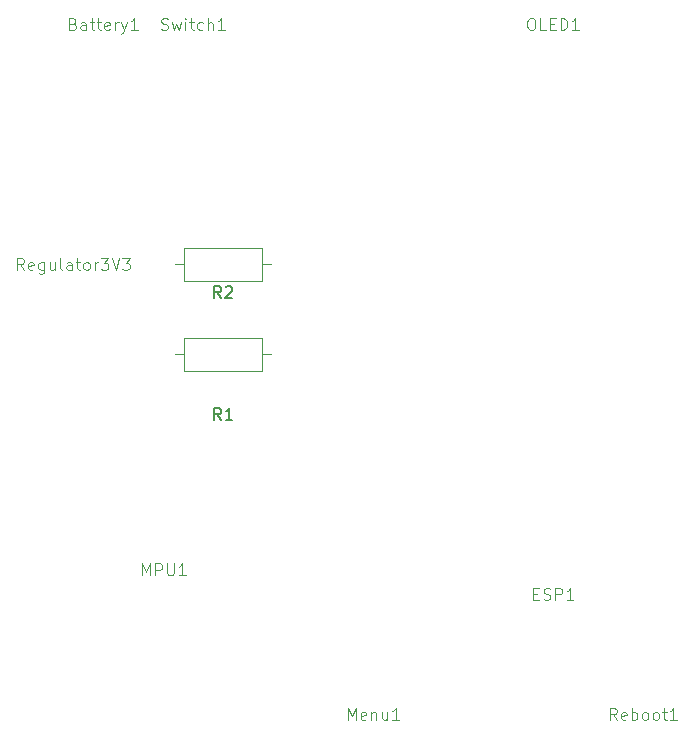
<source format=gbr>
%TF.GenerationSoftware,KiCad,Pcbnew,7.0.8*%
%TF.CreationDate,2025-10-26T00:12:12+02:00*%
%TF.ProjectId,Gyroskopicky-ovladac,4779726f-736b-46f7-9069-636b792d6f76,rev?*%
%TF.SameCoordinates,Original*%
%TF.FileFunction,Legend,Top*%
%TF.FilePolarity,Positive*%
%FSLAX46Y46*%
G04 Gerber Fmt 4.6, Leading zero omitted, Abs format (unit mm)*
G04 Created by KiCad (PCBNEW 7.0.8) date 2025-10-26 00:12:12*
%MOMM*%
%LPD*%
G01*
G04 APERTURE LIST*
%ADD10C,0.100000*%
%ADD11C,0.150000*%
%ADD12C,0.120000*%
G04 APERTURE END LIST*
D10*
X117237143Y-129997419D02*
X117237143Y-128997419D01*
X117237143Y-128997419D02*
X117570476Y-129711704D01*
X117570476Y-129711704D02*
X117903809Y-128997419D01*
X117903809Y-128997419D02*
X117903809Y-129997419D01*
X118760952Y-129949800D02*
X118665714Y-129997419D01*
X118665714Y-129997419D02*
X118475238Y-129997419D01*
X118475238Y-129997419D02*
X118380000Y-129949800D01*
X118380000Y-129949800D02*
X118332381Y-129854561D01*
X118332381Y-129854561D02*
X118332381Y-129473609D01*
X118332381Y-129473609D02*
X118380000Y-129378371D01*
X118380000Y-129378371D02*
X118475238Y-129330752D01*
X118475238Y-129330752D02*
X118665714Y-129330752D01*
X118665714Y-129330752D02*
X118760952Y-129378371D01*
X118760952Y-129378371D02*
X118808571Y-129473609D01*
X118808571Y-129473609D02*
X118808571Y-129568847D01*
X118808571Y-129568847D02*
X118332381Y-129664085D01*
X119237143Y-129330752D02*
X119237143Y-129997419D01*
X119237143Y-129425990D02*
X119284762Y-129378371D01*
X119284762Y-129378371D02*
X119380000Y-129330752D01*
X119380000Y-129330752D02*
X119522857Y-129330752D01*
X119522857Y-129330752D02*
X119618095Y-129378371D01*
X119618095Y-129378371D02*
X119665714Y-129473609D01*
X119665714Y-129473609D02*
X119665714Y-129997419D01*
X120570476Y-129330752D02*
X120570476Y-129997419D01*
X120141905Y-129330752D02*
X120141905Y-129854561D01*
X120141905Y-129854561D02*
X120189524Y-129949800D01*
X120189524Y-129949800D02*
X120284762Y-129997419D01*
X120284762Y-129997419D02*
X120427619Y-129997419D01*
X120427619Y-129997419D02*
X120522857Y-129949800D01*
X120522857Y-129949800D02*
X120570476Y-129902180D01*
X121570476Y-129997419D02*
X120999048Y-129997419D01*
X121284762Y-129997419D02*
X121284762Y-128997419D01*
X121284762Y-128997419D02*
X121189524Y-129140276D01*
X121189524Y-129140276D02*
X121094286Y-129235514D01*
X121094286Y-129235514D02*
X120999048Y-129283133D01*
D11*
X106513333Y-104594819D02*
X106180000Y-104118628D01*
X105941905Y-104594819D02*
X105941905Y-103594819D01*
X105941905Y-103594819D02*
X106322857Y-103594819D01*
X106322857Y-103594819D02*
X106418095Y-103642438D01*
X106418095Y-103642438D02*
X106465714Y-103690057D01*
X106465714Y-103690057D02*
X106513333Y-103785295D01*
X106513333Y-103785295D02*
X106513333Y-103928152D01*
X106513333Y-103928152D02*
X106465714Y-104023390D01*
X106465714Y-104023390D02*
X106418095Y-104071009D01*
X106418095Y-104071009D02*
X106322857Y-104118628D01*
X106322857Y-104118628D02*
X105941905Y-104118628D01*
X107465714Y-104594819D02*
X106894286Y-104594819D01*
X107180000Y-104594819D02*
X107180000Y-103594819D01*
X107180000Y-103594819D02*
X107084762Y-103737676D01*
X107084762Y-103737676D02*
X106989524Y-103832914D01*
X106989524Y-103832914D02*
X106894286Y-103880533D01*
D10*
X89813332Y-91897419D02*
X89479999Y-91421228D01*
X89241904Y-91897419D02*
X89241904Y-90897419D01*
X89241904Y-90897419D02*
X89622856Y-90897419D01*
X89622856Y-90897419D02*
X89718094Y-90945038D01*
X89718094Y-90945038D02*
X89765713Y-90992657D01*
X89765713Y-90992657D02*
X89813332Y-91087895D01*
X89813332Y-91087895D02*
X89813332Y-91230752D01*
X89813332Y-91230752D02*
X89765713Y-91325990D01*
X89765713Y-91325990D02*
X89718094Y-91373609D01*
X89718094Y-91373609D02*
X89622856Y-91421228D01*
X89622856Y-91421228D02*
X89241904Y-91421228D01*
X90622856Y-91849800D02*
X90527618Y-91897419D01*
X90527618Y-91897419D02*
X90337142Y-91897419D01*
X90337142Y-91897419D02*
X90241904Y-91849800D01*
X90241904Y-91849800D02*
X90194285Y-91754561D01*
X90194285Y-91754561D02*
X90194285Y-91373609D01*
X90194285Y-91373609D02*
X90241904Y-91278371D01*
X90241904Y-91278371D02*
X90337142Y-91230752D01*
X90337142Y-91230752D02*
X90527618Y-91230752D01*
X90527618Y-91230752D02*
X90622856Y-91278371D01*
X90622856Y-91278371D02*
X90670475Y-91373609D01*
X90670475Y-91373609D02*
X90670475Y-91468847D01*
X90670475Y-91468847D02*
X90194285Y-91564085D01*
X91527618Y-91230752D02*
X91527618Y-92040276D01*
X91527618Y-92040276D02*
X91479999Y-92135514D01*
X91479999Y-92135514D02*
X91432380Y-92183133D01*
X91432380Y-92183133D02*
X91337142Y-92230752D01*
X91337142Y-92230752D02*
X91194285Y-92230752D01*
X91194285Y-92230752D02*
X91099047Y-92183133D01*
X91527618Y-91849800D02*
X91432380Y-91897419D01*
X91432380Y-91897419D02*
X91241904Y-91897419D01*
X91241904Y-91897419D02*
X91146666Y-91849800D01*
X91146666Y-91849800D02*
X91099047Y-91802180D01*
X91099047Y-91802180D02*
X91051428Y-91706942D01*
X91051428Y-91706942D02*
X91051428Y-91421228D01*
X91051428Y-91421228D02*
X91099047Y-91325990D01*
X91099047Y-91325990D02*
X91146666Y-91278371D01*
X91146666Y-91278371D02*
X91241904Y-91230752D01*
X91241904Y-91230752D02*
X91432380Y-91230752D01*
X91432380Y-91230752D02*
X91527618Y-91278371D01*
X92432380Y-91230752D02*
X92432380Y-91897419D01*
X92003809Y-91230752D02*
X92003809Y-91754561D01*
X92003809Y-91754561D02*
X92051428Y-91849800D01*
X92051428Y-91849800D02*
X92146666Y-91897419D01*
X92146666Y-91897419D02*
X92289523Y-91897419D01*
X92289523Y-91897419D02*
X92384761Y-91849800D01*
X92384761Y-91849800D02*
X92432380Y-91802180D01*
X93051428Y-91897419D02*
X92956190Y-91849800D01*
X92956190Y-91849800D02*
X92908571Y-91754561D01*
X92908571Y-91754561D02*
X92908571Y-90897419D01*
X93860952Y-91897419D02*
X93860952Y-91373609D01*
X93860952Y-91373609D02*
X93813333Y-91278371D01*
X93813333Y-91278371D02*
X93718095Y-91230752D01*
X93718095Y-91230752D02*
X93527619Y-91230752D01*
X93527619Y-91230752D02*
X93432381Y-91278371D01*
X93860952Y-91849800D02*
X93765714Y-91897419D01*
X93765714Y-91897419D02*
X93527619Y-91897419D01*
X93527619Y-91897419D02*
X93432381Y-91849800D01*
X93432381Y-91849800D02*
X93384762Y-91754561D01*
X93384762Y-91754561D02*
X93384762Y-91659323D01*
X93384762Y-91659323D02*
X93432381Y-91564085D01*
X93432381Y-91564085D02*
X93527619Y-91516466D01*
X93527619Y-91516466D02*
X93765714Y-91516466D01*
X93765714Y-91516466D02*
X93860952Y-91468847D01*
X94194286Y-91230752D02*
X94575238Y-91230752D01*
X94337143Y-90897419D02*
X94337143Y-91754561D01*
X94337143Y-91754561D02*
X94384762Y-91849800D01*
X94384762Y-91849800D02*
X94480000Y-91897419D01*
X94480000Y-91897419D02*
X94575238Y-91897419D01*
X95051429Y-91897419D02*
X94956191Y-91849800D01*
X94956191Y-91849800D02*
X94908572Y-91802180D01*
X94908572Y-91802180D02*
X94860953Y-91706942D01*
X94860953Y-91706942D02*
X94860953Y-91421228D01*
X94860953Y-91421228D02*
X94908572Y-91325990D01*
X94908572Y-91325990D02*
X94956191Y-91278371D01*
X94956191Y-91278371D02*
X95051429Y-91230752D01*
X95051429Y-91230752D02*
X95194286Y-91230752D01*
X95194286Y-91230752D02*
X95289524Y-91278371D01*
X95289524Y-91278371D02*
X95337143Y-91325990D01*
X95337143Y-91325990D02*
X95384762Y-91421228D01*
X95384762Y-91421228D02*
X95384762Y-91706942D01*
X95384762Y-91706942D02*
X95337143Y-91802180D01*
X95337143Y-91802180D02*
X95289524Y-91849800D01*
X95289524Y-91849800D02*
X95194286Y-91897419D01*
X95194286Y-91897419D02*
X95051429Y-91897419D01*
X95813334Y-91897419D02*
X95813334Y-91230752D01*
X95813334Y-91421228D02*
X95860953Y-91325990D01*
X95860953Y-91325990D02*
X95908572Y-91278371D01*
X95908572Y-91278371D02*
X96003810Y-91230752D01*
X96003810Y-91230752D02*
X96099048Y-91230752D01*
X96337144Y-90897419D02*
X96956191Y-90897419D01*
X96956191Y-90897419D02*
X96622858Y-91278371D01*
X96622858Y-91278371D02*
X96765715Y-91278371D01*
X96765715Y-91278371D02*
X96860953Y-91325990D01*
X96860953Y-91325990D02*
X96908572Y-91373609D01*
X96908572Y-91373609D02*
X96956191Y-91468847D01*
X96956191Y-91468847D02*
X96956191Y-91706942D01*
X96956191Y-91706942D02*
X96908572Y-91802180D01*
X96908572Y-91802180D02*
X96860953Y-91849800D01*
X96860953Y-91849800D02*
X96765715Y-91897419D01*
X96765715Y-91897419D02*
X96480001Y-91897419D01*
X96480001Y-91897419D02*
X96384763Y-91849800D01*
X96384763Y-91849800D02*
X96337144Y-91802180D01*
X97241906Y-90897419D02*
X97575239Y-91897419D01*
X97575239Y-91897419D02*
X97908572Y-90897419D01*
X98146668Y-90897419D02*
X98765715Y-90897419D01*
X98765715Y-90897419D02*
X98432382Y-91278371D01*
X98432382Y-91278371D02*
X98575239Y-91278371D01*
X98575239Y-91278371D02*
X98670477Y-91325990D01*
X98670477Y-91325990D02*
X98718096Y-91373609D01*
X98718096Y-91373609D02*
X98765715Y-91468847D01*
X98765715Y-91468847D02*
X98765715Y-91706942D01*
X98765715Y-91706942D02*
X98718096Y-91802180D01*
X98718096Y-91802180D02*
X98670477Y-91849800D01*
X98670477Y-91849800D02*
X98575239Y-91897419D01*
X98575239Y-91897419D02*
X98289525Y-91897419D01*
X98289525Y-91897419D02*
X98194287Y-91849800D01*
X98194287Y-91849800D02*
X98146668Y-91802180D01*
X101449524Y-71529800D02*
X101592381Y-71577419D01*
X101592381Y-71577419D02*
X101830476Y-71577419D01*
X101830476Y-71577419D02*
X101925714Y-71529800D01*
X101925714Y-71529800D02*
X101973333Y-71482180D01*
X101973333Y-71482180D02*
X102020952Y-71386942D01*
X102020952Y-71386942D02*
X102020952Y-71291704D01*
X102020952Y-71291704D02*
X101973333Y-71196466D01*
X101973333Y-71196466D02*
X101925714Y-71148847D01*
X101925714Y-71148847D02*
X101830476Y-71101228D01*
X101830476Y-71101228D02*
X101640000Y-71053609D01*
X101640000Y-71053609D02*
X101544762Y-71005990D01*
X101544762Y-71005990D02*
X101497143Y-70958371D01*
X101497143Y-70958371D02*
X101449524Y-70863133D01*
X101449524Y-70863133D02*
X101449524Y-70767895D01*
X101449524Y-70767895D02*
X101497143Y-70672657D01*
X101497143Y-70672657D02*
X101544762Y-70625038D01*
X101544762Y-70625038D02*
X101640000Y-70577419D01*
X101640000Y-70577419D02*
X101878095Y-70577419D01*
X101878095Y-70577419D02*
X102020952Y-70625038D01*
X102354286Y-70910752D02*
X102544762Y-71577419D01*
X102544762Y-71577419D02*
X102735238Y-71101228D01*
X102735238Y-71101228D02*
X102925714Y-71577419D01*
X102925714Y-71577419D02*
X103116190Y-70910752D01*
X103497143Y-71577419D02*
X103497143Y-70910752D01*
X103497143Y-70577419D02*
X103449524Y-70625038D01*
X103449524Y-70625038D02*
X103497143Y-70672657D01*
X103497143Y-70672657D02*
X103544762Y-70625038D01*
X103544762Y-70625038D02*
X103497143Y-70577419D01*
X103497143Y-70577419D02*
X103497143Y-70672657D01*
X103830476Y-70910752D02*
X104211428Y-70910752D01*
X103973333Y-70577419D02*
X103973333Y-71434561D01*
X103973333Y-71434561D02*
X104020952Y-71529800D01*
X104020952Y-71529800D02*
X104116190Y-71577419D01*
X104116190Y-71577419D02*
X104211428Y-71577419D01*
X104973333Y-71529800D02*
X104878095Y-71577419D01*
X104878095Y-71577419D02*
X104687619Y-71577419D01*
X104687619Y-71577419D02*
X104592381Y-71529800D01*
X104592381Y-71529800D02*
X104544762Y-71482180D01*
X104544762Y-71482180D02*
X104497143Y-71386942D01*
X104497143Y-71386942D02*
X104497143Y-71101228D01*
X104497143Y-71101228D02*
X104544762Y-71005990D01*
X104544762Y-71005990D02*
X104592381Y-70958371D01*
X104592381Y-70958371D02*
X104687619Y-70910752D01*
X104687619Y-70910752D02*
X104878095Y-70910752D01*
X104878095Y-70910752D02*
X104973333Y-70958371D01*
X105401905Y-71577419D02*
X105401905Y-70577419D01*
X105830476Y-71577419D02*
X105830476Y-71053609D01*
X105830476Y-71053609D02*
X105782857Y-70958371D01*
X105782857Y-70958371D02*
X105687619Y-70910752D01*
X105687619Y-70910752D02*
X105544762Y-70910752D01*
X105544762Y-70910752D02*
X105449524Y-70958371D01*
X105449524Y-70958371D02*
X105401905Y-71005990D01*
X106830476Y-71577419D02*
X106259048Y-71577419D01*
X106544762Y-71577419D02*
X106544762Y-70577419D01*
X106544762Y-70577419D02*
X106449524Y-70720276D01*
X106449524Y-70720276D02*
X106354286Y-70815514D01*
X106354286Y-70815514D02*
X106259048Y-70863133D01*
D11*
X106513333Y-94264819D02*
X106180000Y-93788628D01*
X105941905Y-94264819D02*
X105941905Y-93264819D01*
X105941905Y-93264819D02*
X106322857Y-93264819D01*
X106322857Y-93264819D02*
X106418095Y-93312438D01*
X106418095Y-93312438D02*
X106465714Y-93360057D01*
X106465714Y-93360057D02*
X106513333Y-93455295D01*
X106513333Y-93455295D02*
X106513333Y-93598152D01*
X106513333Y-93598152D02*
X106465714Y-93693390D01*
X106465714Y-93693390D02*
X106418095Y-93741009D01*
X106418095Y-93741009D02*
X106322857Y-93788628D01*
X106322857Y-93788628D02*
X105941905Y-93788628D01*
X106894286Y-93360057D02*
X106941905Y-93312438D01*
X106941905Y-93312438D02*
X107037143Y-93264819D01*
X107037143Y-93264819D02*
X107275238Y-93264819D01*
X107275238Y-93264819D02*
X107370476Y-93312438D01*
X107370476Y-93312438D02*
X107418095Y-93360057D01*
X107418095Y-93360057D02*
X107465714Y-93455295D01*
X107465714Y-93455295D02*
X107465714Y-93550533D01*
X107465714Y-93550533D02*
X107418095Y-93693390D01*
X107418095Y-93693390D02*
X106846667Y-94264819D01*
X106846667Y-94264819D02*
X107465714Y-94264819D01*
D10*
X140001904Y-129997419D02*
X139668571Y-129521228D01*
X139430476Y-129997419D02*
X139430476Y-128997419D01*
X139430476Y-128997419D02*
X139811428Y-128997419D01*
X139811428Y-128997419D02*
X139906666Y-129045038D01*
X139906666Y-129045038D02*
X139954285Y-129092657D01*
X139954285Y-129092657D02*
X140001904Y-129187895D01*
X140001904Y-129187895D02*
X140001904Y-129330752D01*
X140001904Y-129330752D02*
X139954285Y-129425990D01*
X139954285Y-129425990D02*
X139906666Y-129473609D01*
X139906666Y-129473609D02*
X139811428Y-129521228D01*
X139811428Y-129521228D02*
X139430476Y-129521228D01*
X140811428Y-129949800D02*
X140716190Y-129997419D01*
X140716190Y-129997419D02*
X140525714Y-129997419D01*
X140525714Y-129997419D02*
X140430476Y-129949800D01*
X140430476Y-129949800D02*
X140382857Y-129854561D01*
X140382857Y-129854561D02*
X140382857Y-129473609D01*
X140382857Y-129473609D02*
X140430476Y-129378371D01*
X140430476Y-129378371D02*
X140525714Y-129330752D01*
X140525714Y-129330752D02*
X140716190Y-129330752D01*
X140716190Y-129330752D02*
X140811428Y-129378371D01*
X140811428Y-129378371D02*
X140859047Y-129473609D01*
X140859047Y-129473609D02*
X140859047Y-129568847D01*
X140859047Y-129568847D02*
X140382857Y-129664085D01*
X141287619Y-129997419D02*
X141287619Y-128997419D01*
X141287619Y-129378371D02*
X141382857Y-129330752D01*
X141382857Y-129330752D02*
X141573333Y-129330752D01*
X141573333Y-129330752D02*
X141668571Y-129378371D01*
X141668571Y-129378371D02*
X141716190Y-129425990D01*
X141716190Y-129425990D02*
X141763809Y-129521228D01*
X141763809Y-129521228D02*
X141763809Y-129806942D01*
X141763809Y-129806942D02*
X141716190Y-129902180D01*
X141716190Y-129902180D02*
X141668571Y-129949800D01*
X141668571Y-129949800D02*
X141573333Y-129997419D01*
X141573333Y-129997419D02*
X141382857Y-129997419D01*
X141382857Y-129997419D02*
X141287619Y-129949800D01*
X142335238Y-129997419D02*
X142240000Y-129949800D01*
X142240000Y-129949800D02*
X142192381Y-129902180D01*
X142192381Y-129902180D02*
X142144762Y-129806942D01*
X142144762Y-129806942D02*
X142144762Y-129521228D01*
X142144762Y-129521228D02*
X142192381Y-129425990D01*
X142192381Y-129425990D02*
X142240000Y-129378371D01*
X142240000Y-129378371D02*
X142335238Y-129330752D01*
X142335238Y-129330752D02*
X142478095Y-129330752D01*
X142478095Y-129330752D02*
X142573333Y-129378371D01*
X142573333Y-129378371D02*
X142620952Y-129425990D01*
X142620952Y-129425990D02*
X142668571Y-129521228D01*
X142668571Y-129521228D02*
X142668571Y-129806942D01*
X142668571Y-129806942D02*
X142620952Y-129902180D01*
X142620952Y-129902180D02*
X142573333Y-129949800D01*
X142573333Y-129949800D02*
X142478095Y-129997419D01*
X142478095Y-129997419D02*
X142335238Y-129997419D01*
X143240000Y-129997419D02*
X143144762Y-129949800D01*
X143144762Y-129949800D02*
X143097143Y-129902180D01*
X143097143Y-129902180D02*
X143049524Y-129806942D01*
X143049524Y-129806942D02*
X143049524Y-129521228D01*
X143049524Y-129521228D02*
X143097143Y-129425990D01*
X143097143Y-129425990D02*
X143144762Y-129378371D01*
X143144762Y-129378371D02*
X143240000Y-129330752D01*
X143240000Y-129330752D02*
X143382857Y-129330752D01*
X143382857Y-129330752D02*
X143478095Y-129378371D01*
X143478095Y-129378371D02*
X143525714Y-129425990D01*
X143525714Y-129425990D02*
X143573333Y-129521228D01*
X143573333Y-129521228D02*
X143573333Y-129806942D01*
X143573333Y-129806942D02*
X143525714Y-129902180D01*
X143525714Y-129902180D02*
X143478095Y-129949800D01*
X143478095Y-129949800D02*
X143382857Y-129997419D01*
X143382857Y-129997419D02*
X143240000Y-129997419D01*
X143859048Y-129330752D02*
X144240000Y-129330752D01*
X144001905Y-128997419D02*
X144001905Y-129854561D01*
X144001905Y-129854561D02*
X144049524Y-129949800D01*
X144049524Y-129949800D02*
X144144762Y-129997419D01*
X144144762Y-129997419D02*
X144240000Y-129997419D01*
X145097143Y-129997419D02*
X144525715Y-129997419D01*
X144811429Y-129997419D02*
X144811429Y-128997419D01*
X144811429Y-128997419D02*
X144716191Y-129140276D01*
X144716191Y-129140276D02*
X144620953Y-129235514D01*
X144620953Y-129235514D02*
X144525715Y-129283133D01*
X132953333Y-119313609D02*
X133286666Y-119313609D01*
X133429523Y-119837419D02*
X132953333Y-119837419D01*
X132953333Y-119837419D02*
X132953333Y-118837419D01*
X132953333Y-118837419D02*
X133429523Y-118837419D01*
X133810476Y-119789800D02*
X133953333Y-119837419D01*
X133953333Y-119837419D02*
X134191428Y-119837419D01*
X134191428Y-119837419D02*
X134286666Y-119789800D01*
X134286666Y-119789800D02*
X134334285Y-119742180D01*
X134334285Y-119742180D02*
X134381904Y-119646942D01*
X134381904Y-119646942D02*
X134381904Y-119551704D01*
X134381904Y-119551704D02*
X134334285Y-119456466D01*
X134334285Y-119456466D02*
X134286666Y-119408847D01*
X134286666Y-119408847D02*
X134191428Y-119361228D01*
X134191428Y-119361228D02*
X134000952Y-119313609D01*
X134000952Y-119313609D02*
X133905714Y-119265990D01*
X133905714Y-119265990D02*
X133858095Y-119218371D01*
X133858095Y-119218371D02*
X133810476Y-119123133D01*
X133810476Y-119123133D02*
X133810476Y-119027895D01*
X133810476Y-119027895D02*
X133858095Y-118932657D01*
X133858095Y-118932657D02*
X133905714Y-118885038D01*
X133905714Y-118885038D02*
X134000952Y-118837419D01*
X134000952Y-118837419D02*
X134239047Y-118837419D01*
X134239047Y-118837419D02*
X134381904Y-118885038D01*
X134810476Y-119837419D02*
X134810476Y-118837419D01*
X134810476Y-118837419D02*
X135191428Y-118837419D01*
X135191428Y-118837419D02*
X135286666Y-118885038D01*
X135286666Y-118885038D02*
X135334285Y-118932657D01*
X135334285Y-118932657D02*
X135381904Y-119027895D01*
X135381904Y-119027895D02*
X135381904Y-119170752D01*
X135381904Y-119170752D02*
X135334285Y-119265990D01*
X135334285Y-119265990D02*
X135286666Y-119313609D01*
X135286666Y-119313609D02*
X135191428Y-119361228D01*
X135191428Y-119361228D02*
X134810476Y-119361228D01*
X136334285Y-119837419D02*
X135762857Y-119837419D01*
X136048571Y-119837419D02*
X136048571Y-118837419D01*
X136048571Y-118837419D02*
X135953333Y-118980276D01*
X135953333Y-118980276D02*
X135858095Y-119075514D01*
X135858095Y-119075514D02*
X135762857Y-119123133D01*
X93972380Y-71053609D02*
X94115237Y-71101228D01*
X94115237Y-71101228D02*
X94162856Y-71148847D01*
X94162856Y-71148847D02*
X94210475Y-71244085D01*
X94210475Y-71244085D02*
X94210475Y-71386942D01*
X94210475Y-71386942D02*
X94162856Y-71482180D01*
X94162856Y-71482180D02*
X94115237Y-71529800D01*
X94115237Y-71529800D02*
X94019999Y-71577419D01*
X94019999Y-71577419D02*
X93639047Y-71577419D01*
X93639047Y-71577419D02*
X93639047Y-70577419D01*
X93639047Y-70577419D02*
X93972380Y-70577419D01*
X93972380Y-70577419D02*
X94067618Y-70625038D01*
X94067618Y-70625038D02*
X94115237Y-70672657D01*
X94115237Y-70672657D02*
X94162856Y-70767895D01*
X94162856Y-70767895D02*
X94162856Y-70863133D01*
X94162856Y-70863133D02*
X94115237Y-70958371D01*
X94115237Y-70958371D02*
X94067618Y-71005990D01*
X94067618Y-71005990D02*
X93972380Y-71053609D01*
X93972380Y-71053609D02*
X93639047Y-71053609D01*
X95067618Y-71577419D02*
X95067618Y-71053609D01*
X95067618Y-71053609D02*
X95019999Y-70958371D01*
X95019999Y-70958371D02*
X94924761Y-70910752D01*
X94924761Y-70910752D02*
X94734285Y-70910752D01*
X94734285Y-70910752D02*
X94639047Y-70958371D01*
X95067618Y-71529800D02*
X94972380Y-71577419D01*
X94972380Y-71577419D02*
X94734285Y-71577419D01*
X94734285Y-71577419D02*
X94639047Y-71529800D01*
X94639047Y-71529800D02*
X94591428Y-71434561D01*
X94591428Y-71434561D02*
X94591428Y-71339323D01*
X94591428Y-71339323D02*
X94639047Y-71244085D01*
X94639047Y-71244085D02*
X94734285Y-71196466D01*
X94734285Y-71196466D02*
X94972380Y-71196466D01*
X94972380Y-71196466D02*
X95067618Y-71148847D01*
X95400952Y-70910752D02*
X95781904Y-70910752D01*
X95543809Y-70577419D02*
X95543809Y-71434561D01*
X95543809Y-71434561D02*
X95591428Y-71529800D01*
X95591428Y-71529800D02*
X95686666Y-71577419D01*
X95686666Y-71577419D02*
X95781904Y-71577419D01*
X95972381Y-70910752D02*
X96353333Y-70910752D01*
X96115238Y-70577419D02*
X96115238Y-71434561D01*
X96115238Y-71434561D02*
X96162857Y-71529800D01*
X96162857Y-71529800D02*
X96258095Y-71577419D01*
X96258095Y-71577419D02*
X96353333Y-71577419D01*
X97067619Y-71529800D02*
X96972381Y-71577419D01*
X96972381Y-71577419D02*
X96781905Y-71577419D01*
X96781905Y-71577419D02*
X96686667Y-71529800D01*
X96686667Y-71529800D02*
X96639048Y-71434561D01*
X96639048Y-71434561D02*
X96639048Y-71053609D01*
X96639048Y-71053609D02*
X96686667Y-70958371D01*
X96686667Y-70958371D02*
X96781905Y-70910752D01*
X96781905Y-70910752D02*
X96972381Y-70910752D01*
X96972381Y-70910752D02*
X97067619Y-70958371D01*
X97067619Y-70958371D02*
X97115238Y-71053609D01*
X97115238Y-71053609D02*
X97115238Y-71148847D01*
X97115238Y-71148847D02*
X96639048Y-71244085D01*
X97543810Y-71577419D02*
X97543810Y-70910752D01*
X97543810Y-71101228D02*
X97591429Y-71005990D01*
X97591429Y-71005990D02*
X97639048Y-70958371D01*
X97639048Y-70958371D02*
X97734286Y-70910752D01*
X97734286Y-70910752D02*
X97829524Y-70910752D01*
X98067620Y-70910752D02*
X98305715Y-71577419D01*
X98543810Y-70910752D02*
X98305715Y-71577419D01*
X98305715Y-71577419D02*
X98210477Y-71815514D01*
X98210477Y-71815514D02*
X98162858Y-71863133D01*
X98162858Y-71863133D02*
X98067620Y-71910752D01*
X99448572Y-71577419D02*
X98877144Y-71577419D01*
X99162858Y-71577419D02*
X99162858Y-70577419D01*
X99162858Y-70577419D02*
X99067620Y-70720276D01*
X99067620Y-70720276D02*
X98972382Y-70815514D01*
X98972382Y-70815514D02*
X98877144Y-70863133D01*
X132691428Y-70577419D02*
X132881904Y-70577419D01*
X132881904Y-70577419D02*
X132977142Y-70625038D01*
X132977142Y-70625038D02*
X133072380Y-70720276D01*
X133072380Y-70720276D02*
X133119999Y-70910752D01*
X133119999Y-70910752D02*
X133119999Y-71244085D01*
X133119999Y-71244085D02*
X133072380Y-71434561D01*
X133072380Y-71434561D02*
X132977142Y-71529800D01*
X132977142Y-71529800D02*
X132881904Y-71577419D01*
X132881904Y-71577419D02*
X132691428Y-71577419D01*
X132691428Y-71577419D02*
X132596190Y-71529800D01*
X132596190Y-71529800D02*
X132500952Y-71434561D01*
X132500952Y-71434561D02*
X132453333Y-71244085D01*
X132453333Y-71244085D02*
X132453333Y-70910752D01*
X132453333Y-70910752D02*
X132500952Y-70720276D01*
X132500952Y-70720276D02*
X132596190Y-70625038D01*
X132596190Y-70625038D02*
X132691428Y-70577419D01*
X134024761Y-71577419D02*
X133548571Y-71577419D01*
X133548571Y-71577419D02*
X133548571Y-70577419D01*
X134358095Y-71053609D02*
X134691428Y-71053609D01*
X134834285Y-71577419D02*
X134358095Y-71577419D01*
X134358095Y-71577419D02*
X134358095Y-70577419D01*
X134358095Y-70577419D02*
X134834285Y-70577419D01*
X135262857Y-71577419D02*
X135262857Y-70577419D01*
X135262857Y-70577419D02*
X135500952Y-70577419D01*
X135500952Y-70577419D02*
X135643809Y-70625038D01*
X135643809Y-70625038D02*
X135739047Y-70720276D01*
X135739047Y-70720276D02*
X135786666Y-70815514D01*
X135786666Y-70815514D02*
X135834285Y-71005990D01*
X135834285Y-71005990D02*
X135834285Y-71148847D01*
X135834285Y-71148847D02*
X135786666Y-71339323D01*
X135786666Y-71339323D02*
X135739047Y-71434561D01*
X135739047Y-71434561D02*
X135643809Y-71529800D01*
X135643809Y-71529800D02*
X135500952Y-71577419D01*
X135500952Y-71577419D02*
X135262857Y-71577419D01*
X136786666Y-71577419D02*
X136215238Y-71577419D01*
X136500952Y-71577419D02*
X136500952Y-70577419D01*
X136500952Y-70577419D02*
X136405714Y-70720276D01*
X136405714Y-70720276D02*
X136310476Y-70815514D01*
X136310476Y-70815514D02*
X136215238Y-70863133D01*
X99806667Y-117757419D02*
X99806667Y-116757419D01*
X99806667Y-116757419D02*
X100140000Y-117471704D01*
X100140000Y-117471704D02*
X100473333Y-116757419D01*
X100473333Y-116757419D02*
X100473333Y-117757419D01*
X100949524Y-117757419D02*
X100949524Y-116757419D01*
X100949524Y-116757419D02*
X101330476Y-116757419D01*
X101330476Y-116757419D02*
X101425714Y-116805038D01*
X101425714Y-116805038D02*
X101473333Y-116852657D01*
X101473333Y-116852657D02*
X101520952Y-116947895D01*
X101520952Y-116947895D02*
X101520952Y-117090752D01*
X101520952Y-117090752D02*
X101473333Y-117185990D01*
X101473333Y-117185990D02*
X101425714Y-117233609D01*
X101425714Y-117233609D02*
X101330476Y-117281228D01*
X101330476Y-117281228D02*
X100949524Y-117281228D01*
X101949524Y-116757419D02*
X101949524Y-117566942D01*
X101949524Y-117566942D02*
X101997143Y-117662180D01*
X101997143Y-117662180D02*
X102044762Y-117709800D01*
X102044762Y-117709800D02*
X102140000Y-117757419D01*
X102140000Y-117757419D02*
X102330476Y-117757419D01*
X102330476Y-117757419D02*
X102425714Y-117709800D01*
X102425714Y-117709800D02*
X102473333Y-117662180D01*
X102473333Y-117662180D02*
X102520952Y-117566942D01*
X102520952Y-117566942D02*
X102520952Y-116757419D01*
X103520952Y-117757419D02*
X102949524Y-117757419D01*
X103235238Y-117757419D02*
X103235238Y-116757419D01*
X103235238Y-116757419D02*
X103140000Y-116900276D01*
X103140000Y-116900276D02*
X103044762Y-116995514D01*
X103044762Y-116995514D02*
X102949524Y-117043133D01*
D12*
%TO.C,R1*%
X102640000Y-99060000D02*
X103410000Y-99060000D01*
X103410000Y-97690000D02*
X103410000Y-100430000D01*
X103410000Y-100430000D02*
X109950000Y-100430000D01*
X109950000Y-97690000D02*
X103410000Y-97690000D01*
X109950000Y-100430000D02*
X109950000Y-97690000D01*
X110720000Y-99060000D02*
X109950000Y-99060000D01*
%TO.C,R2*%
X110720000Y-91440000D02*
X109950000Y-91440000D01*
X109950000Y-92810000D02*
X109950000Y-90070000D01*
X109950000Y-90070000D02*
X103410000Y-90070000D01*
X103410000Y-92810000D02*
X109950000Y-92810000D01*
X103410000Y-90070000D02*
X103410000Y-92810000D01*
X102640000Y-91440000D02*
X103410000Y-91440000D01*
%TD*%
M02*

</source>
